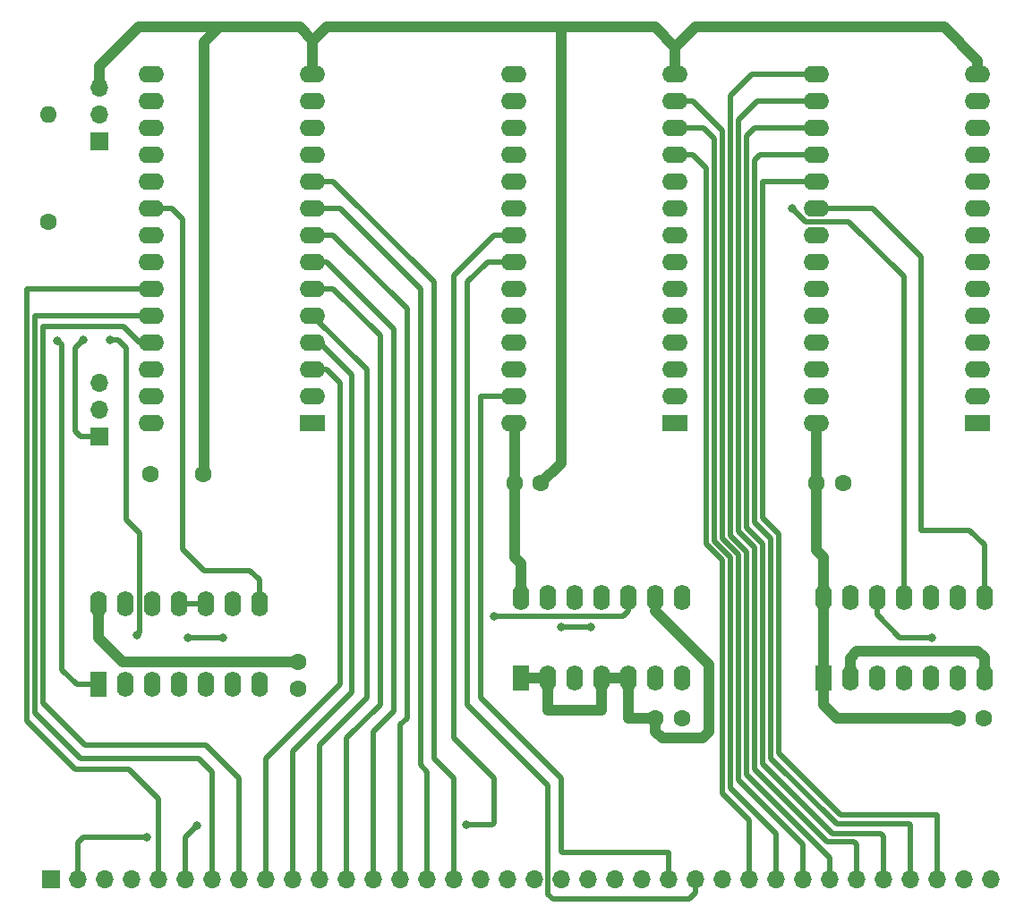
<source format=gbr>
%TF.GenerationSoftware,KiCad,Pcbnew,6.0.11+dfsg-1*%
%TF.CreationDate,2025-12-28T18:44:21+01:00*%
%TF.ProjectId,memoria1,6d656d6f-7269-4613-912e-6b696361645f,rev?*%
%TF.SameCoordinates,Original*%
%TF.FileFunction,Copper,L2,Bot*%
%TF.FilePolarity,Positive*%
%FSLAX46Y46*%
G04 Gerber Fmt 4.6, Leading zero omitted, Abs format (unit mm)*
G04 Created by KiCad (PCBNEW 6.0.11+dfsg-1) date 2025-12-28 18:44:21*
%MOMM*%
%LPD*%
G01*
G04 APERTURE LIST*
%TA.AperFunction,ComponentPad*%
%ADD10R,1.600000X2.400000*%
%TD*%
%TA.AperFunction,ComponentPad*%
%ADD11O,1.600000X2.400000*%
%TD*%
%TA.AperFunction,ComponentPad*%
%ADD12R,2.400000X1.600000*%
%TD*%
%TA.AperFunction,ComponentPad*%
%ADD13O,2.400000X1.600000*%
%TD*%
%TA.AperFunction,ComponentPad*%
%ADD14C,1.600000*%
%TD*%
%TA.AperFunction,ComponentPad*%
%ADD15R,1.700000X1.700000*%
%TD*%
%TA.AperFunction,ComponentPad*%
%ADD16O,1.700000X1.700000*%
%TD*%
%TA.AperFunction,ComponentPad*%
%ADD17O,1.600000X1.600000*%
%TD*%
%TA.AperFunction,ViaPad*%
%ADD18C,0.800000*%
%TD*%
%TA.AperFunction,Conductor*%
%ADD19C,0.500000*%
%TD*%
%TA.AperFunction,Conductor*%
%ADD20C,1.000000*%
%TD*%
G04 APERTURE END LIST*
D10*
%TO.P,74HC32,1*%
%TO.N,N/C*%
X94610000Y-112385000D03*
D11*
%TO.P,74HC32,2*%
X97150000Y-112385000D03*
%TO.P,74HC32,3*%
X99690000Y-112385000D03*
%TO.P,74HC32,4*%
X102230000Y-112385000D03*
%TO.P,74HC32,5*%
X104770000Y-112385000D03*
%TO.P,74HC32,6*%
X107310000Y-112385000D03*
%TO.P,74HC32,7*%
X109850000Y-112385000D03*
%TO.P,74HC32,8*%
X109850000Y-104765000D03*
%TO.P,74HC32,9*%
X107310000Y-104765000D03*
%TO.P,74HC32,10*%
X104770000Y-104765000D03*
%TO.P,74HC32,11*%
X102230000Y-104765000D03*
%TO.P,74HC32,12*%
X99690000Y-104765000D03*
%TO.P,74HC32,13*%
X97150000Y-104765000D03*
%TO.P,74HC32,14*%
X94610000Y-104765000D03*
%TD*%
D12*
%TO.P,KM62256,1*%
%TO.N,N/C*%
X177780000Y-87620000D03*
D13*
%TO.P,KM62256,2*%
X177780000Y-85080000D03*
%TO.P,KM62256,3*%
X177780000Y-82540000D03*
%TO.P,KM62256,4*%
X177780000Y-80000000D03*
%TO.P,KM62256,5*%
X177780000Y-77460000D03*
%TO.P,KM62256,6*%
X177780000Y-74920000D03*
%TO.P,KM62256,7*%
X177780000Y-72380000D03*
%TO.P,KM62256,8*%
X177780000Y-69840000D03*
%TO.P,KM62256,9*%
X177780000Y-67300000D03*
%TO.P,KM62256,10*%
X177780000Y-64760000D03*
%TO.P,KM62256,11*%
X177780000Y-62220000D03*
%TO.P,KM62256,12*%
X177780000Y-59680000D03*
%TO.P,KM62256,13*%
X177780000Y-57140000D03*
%TO.P,KM62256,14*%
X177780000Y-54600000D03*
%TO.P,KM62256,15*%
X162540000Y-54600000D03*
%TO.P,KM62256,16*%
X162540000Y-57140000D03*
%TO.P,KM62256,17*%
X162540000Y-59680000D03*
%TO.P,KM62256,18*%
X162540000Y-62220000D03*
%TO.P,KM62256,19*%
X162540000Y-64760000D03*
%TO.P,KM62256,20*%
X162540000Y-67300000D03*
%TO.P,KM62256,21*%
X162540000Y-69840000D03*
%TO.P,KM62256,22*%
X162540000Y-72380000D03*
%TO.P,KM62256,23*%
X162540000Y-74920000D03*
%TO.P,KM62256,24*%
X162540000Y-77460000D03*
%TO.P,KM62256,25*%
X162540000Y-80000000D03*
%TO.P,KM62256,26*%
X162540000Y-82540000D03*
%TO.P,KM62256,27*%
X162540000Y-85080000D03*
%TO.P,KM62256,28*%
X162540000Y-87620000D03*
%TD*%
D12*
%TO.P,AT28C64,1*%
%TO.N,N/C*%
X114915000Y-87620000D03*
D13*
%TO.P,AT28C64,2*%
X114915000Y-85080000D03*
%TO.P,AT28C64,3*%
X114915000Y-82540000D03*
%TO.P,AT28C64,4*%
X114915000Y-80000000D03*
%TO.P,AT28C64,5*%
X114915000Y-77460000D03*
%TO.P,AT28C64,6*%
X114915000Y-74920000D03*
%TO.P,AT28C64,7*%
X114915000Y-72380000D03*
%TO.P,AT28C64,8*%
X114915000Y-69840000D03*
%TO.P,AT28C64,9*%
X114915000Y-67300000D03*
%TO.P,AT28C64,10*%
X114915000Y-64760000D03*
%TO.P,AT28C64,11*%
X114915000Y-62220000D03*
%TO.P,AT28C64,12*%
X114915000Y-59680000D03*
%TO.P,AT28C64,13*%
X114915000Y-57140000D03*
%TO.P,AT28C64,14*%
X114915000Y-54600000D03*
%TO.P,AT28C64,15*%
X99675000Y-54600000D03*
%TO.P,AT28C64,16*%
X99675000Y-57140000D03*
%TO.P,AT28C64,17*%
X99675000Y-59680000D03*
%TO.P,AT28C64,18*%
X99675000Y-62220000D03*
%TO.P,AT28C64,19*%
X99675000Y-64760000D03*
%TO.P,AT28C64,20*%
X99675000Y-67300000D03*
%TO.P,AT28C64,21*%
X99675000Y-69840000D03*
%TO.P,AT28C64,22*%
X99675000Y-72380000D03*
%TO.P,AT28C64,23*%
X99675000Y-74920000D03*
%TO.P,AT28C64,24*%
X99675000Y-77460000D03*
%TO.P,AT28C64,25*%
X99675000Y-80000000D03*
%TO.P,AT28C64,26*%
X99675000Y-82540000D03*
%TO.P,AT28C64,27*%
X99675000Y-85080000D03*
%TO.P,AT28C64,28*%
X99675000Y-87620000D03*
%TD*%
D14*
%TO.P,REF\u002A\u002A,1*%
%TO.N,N/C*%
X162580000Y-93345000D03*
%TO.P,REF\u002A\u002A,2*%
X165080000Y-93345000D03*
%TD*%
D15*
%TO.P,REF\u002A\u002A,1*%
%TO.N,N/C*%
X90170000Y-130810000D03*
D16*
%TO.P,REF\u002A\u002A,2*%
X92710000Y-130810000D03*
%TO.P,REF\u002A\u002A,3*%
X95250000Y-130810000D03*
%TO.P,REF\u002A\u002A,4*%
X97790000Y-130810000D03*
%TO.P,REF\u002A\u002A,5*%
X100330000Y-130810000D03*
%TO.P,REF\u002A\u002A,6*%
X102870000Y-130810000D03*
%TO.P,REF\u002A\u002A,7*%
X105410000Y-130810000D03*
%TO.P,REF\u002A\u002A,8*%
X107950000Y-130810000D03*
%TO.P,REF\u002A\u002A,9*%
X110490000Y-130810000D03*
%TO.P,REF\u002A\u002A,10*%
X113030000Y-130810000D03*
%TO.P,REF\u002A\u002A,11*%
X115570000Y-130810000D03*
%TO.P,REF\u002A\u002A,12*%
X118110000Y-130810000D03*
%TO.P,REF\u002A\u002A,13*%
X120650000Y-130810000D03*
%TO.P,REF\u002A\u002A,14*%
X123190000Y-130810000D03*
%TO.P,REF\u002A\u002A,15*%
X125730000Y-130810000D03*
%TO.P,REF\u002A\u002A,16*%
X128270000Y-130810000D03*
%TO.P,REF\u002A\u002A,17*%
X130810000Y-130810000D03*
%TO.P,REF\u002A\u002A,18*%
X133350000Y-130810000D03*
%TO.P,REF\u002A\u002A,19*%
X135890000Y-130810000D03*
%TO.P,REF\u002A\u002A,20*%
X138430000Y-130810000D03*
%TO.P,REF\u002A\u002A,21*%
X140970000Y-130810000D03*
%TO.P,REF\u002A\u002A,22*%
X143510000Y-130810000D03*
%TO.P,REF\u002A\u002A,23*%
X146050000Y-130810000D03*
%TO.P,REF\u002A\u002A,24*%
X148590000Y-130810000D03*
%TO.P,REF\u002A\u002A,25*%
X151130000Y-130810000D03*
%TO.P,REF\u002A\u002A,26*%
X153670000Y-130810000D03*
%TO.P,REF\u002A\u002A,27*%
X156210000Y-130810000D03*
%TO.P,REF\u002A\u002A,28*%
X158750000Y-130810000D03*
%TO.P,REF\u002A\u002A,29*%
X161290000Y-130810000D03*
%TO.P,REF\u002A\u002A,30*%
X163830000Y-130810000D03*
%TO.P,REF\u002A\u002A,31*%
X166370000Y-130810000D03*
%TO.P,REF\u002A\u002A,32*%
X168910000Y-130810000D03*
%TO.P,REF\u002A\u002A,33*%
X171450000Y-130810000D03*
%TO.P,REF\u002A\u002A,34*%
X173990000Y-130810000D03*
%TO.P,REF\u002A\u002A,35*%
X176530000Y-130810000D03*
%TO.P,REF\u002A\u002A,36*%
X179070000Y-130810000D03*
%TD*%
D14*
%TO.P,REF\u002A\u002A,1*%
%TO.N,N/C*%
X99568000Y-92456000D03*
%TO.P,REF\u002A\u002A,2*%
X104568000Y-92456000D03*
%TD*%
D15*
%TO.P,REF\u002A\u002A,1*%
%TO.N,N/C*%
X94717000Y-88885000D03*
D16*
%TO.P,REF\u002A\u002A,2*%
X94717000Y-86345000D03*
%TO.P,REF\u002A\u002A,3*%
X94717000Y-83805000D03*
%TD*%
D12*
%TO.P,KM62256,1*%
%TO.N,N/C*%
X149205000Y-87620000D03*
D13*
%TO.P,KM62256,2*%
X149205000Y-85080000D03*
%TO.P,KM62256,3*%
X149205000Y-82540000D03*
%TO.P,KM62256,4*%
X149205000Y-80000000D03*
%TO.P,KM62256,5*%
X149205000Y-77460000D03*
%TO.P,KM62256,6*%
X149205000Y-74920000D03*
%TO.P,KM62256,7*%
X149205000Y-72380000D03*
%TO.P,KM62256,8*%
X149205000Y-69840000D03*
%TO.P,KM62256,9*%
X149205000Y-67300000D03*
%TO.P,KM62256,10*%
X149205000Y-64760000D03*
%TO.P,KM62256,11*%
X149205000Y-62220000D03*
%TO.P,KM62256,12*%
X149205000Y-59680000D03*
%TO.P,KM62256,13*%
X149205000Y-57140000D03*
%TO.P,KM62256,14*%
X149205000Y-54600000D03*
%TO.P,KM62256,15*%
X133965000Y-54600000D03*
%TO.P,KM62256,16*%
X133965000Y-57140000D03*
%TO.P,KM62256,17*%
X133965000Y-59680000D03*
%TO.P,KM62256,18*%
X133965000Y-62220000D03*
%TO.P,KM62256,19*%
X133965000Y-64760000D03*
%TO.P,KM62256,20*%
X133965000Y-67300000D03*
%TO.P,KM62256,21*%
X133965000Y-69840000D03*
%TO.P,KM62256,22*%
X133965000Y-72380000D03*
%TO.P,KM62256,23*%
X133965000Y-74920000D03*
%TO.P,KM62256,24*%
X133965000Y-77460000D03*
%TO.P,KM62256,25*%
X133965000Y-80000000D03*
%TO.P,KM62256,26*%
X133965000Y-82540000D03*
%TO.P,KM62256,27*%
X133965000Y-85080000D03*
%TO.P,KM62256,28*%
X133965000Y-87620000D03*
%TD*%
D10*
%TO.P,74HC32,1*%
%TO.N,N/C*%
X163190000Y-111750000D03*
D11*
%TO.P,74HC32,2*%
X165730000Y-111750000D03*
%TO.P,74HC32,3*%
X168270000Y-111750000D03*
%TO.P,74HC32,4*%
X170810000Y-111750000D03*
%TO.P,74HC32,5*%
X173350000Y-111750000D03*
%TO.P,74HC32,6*%
X175890000Y-111750000D03*
%TO.P,74HC32,7*%
X178430000Y-111750000D03*
%TO.P,74HC32,8*%
X178430000Y-104130000D03*
%TO.P,74HC32,9*%
X175890000Y-104130000D03*
%TO.P,74HC32,10*%
X173350000Y-104130000D03*
%TO.P,74HC32,11*%
X170810000Y-104130000D03*
%TO.P,74HC32,12*%
X168270000Y-104130000D03*
%TO.P,74HC32,13*%
X165730000Y-104130000D03*
%TO.P,74HC32,14*%
X163190000Y-104130000D03*
%TD*%
D14*
%TO.P,REF\u002A\u002A,1*%
%TO.N,N/C*%
X113538000Y-112776000D03*
%TO.P,REF\u002A\u002A,2*%
X113538000Y-110276000D03*
%TD*%
%TO.P,REF\u002A\u002A,1*%
%TO.N,N/C*%
X134005000Y-93345000D03*
%TO.P,REF\u002A\u002A,2*%
X136505000Y-93345000D03*
%TD*%
%TO.P,REF\u002A\u002A,1*%
%TO.N,N/C*%
X175915000Y-115570000D03*
%TO.P,REF\u002A\u002A,2*%
X178415000Y-115570000D03*
%TD*%
D10*
%TO.P,74HC00,1*%
%TO.N,N/C*%
X134615000Y-111750000D03*
D11*
%TO.P,74HC00,2*%
X137155000Y-111750000D03*
%TO.P,74HC00,3*%
X139695000Y-111750000D03*
%TO.P,74HC00,4*%
X142235000Y-111750000D03*
%TO.P,74HC00,5*%
X144775000Y-111750000D03*
%TO.P,74HC00,6*%
X147315000Y-111750000D03*
%TO.P,74HC00,7*%
X149855000Y-111750000D03*
%TO.P,74HC00,8*%
X149855000Y-104130000D03*
%TO.P,74HC00,9*%
X147315000Y-104130000D03*
%TO.P,74HC00,10*%
X144775000Y-104130000D03*
%TO.P,74HC00,11*%
X142235000Y-104130000D03*
%TO.P,74HC00,12*%
X139695000Y-104130000D03*
%TO.P,74HC00,13*%
X137155000Y-104130000D03*
%TO.P,74HC00,14*%
X134615000Y-104130000D03*
%TD*%
D15*
%TO.P,REF\u002A\u002A,1*%
%TO.N,N/C*%
X94717000Y-60945000D03*
D16*
%TO.P,REF\u002A\u002A,2*%
X94717000Y-58405000D03*
%TO.P,REF\u002A\u002A,3*%
X94717000Y-55865000D03*
%TD*%
D14*
%TO.P,10k,1*%
%TO.N,N/C*%
X89916000Y-68580000D03*
D17*
%TO.P,10k,2*%
X89916000Y-58420000D03*
%TD*%
D14*
%TO.P,REF\u002A\u002A,1*%
%TO.N,N/C*%
X147320000Y-115570000D03*
%TO.P,REF\u002A\u002A,2*%
X149820000Y-115570000D03*
%TD*%
D18*
%TO.N,*%
X90779600Y-79806800D03*
X141224000Y-106934000D03*
X138430000Y-106934000D03*
X132080000Y-105918000D03*
X103124000Y-107950000D03*
X106426000Y-107950000D03*
X173482000Y-107950000D03*
X99212400Y-126847600D03*
X95758000Y-79756000D03*
X98298000Y-107696000D03*
X93218000Y-79756000D03*
X129438400Y-125679200D03*
X160274000Y-67310000D03*
X103987600Y-125730000D03*
%TD*%
D19*
%TO.N,*%
X126365000Y-74295000D02*
X126365000Y-119380000D01*
X98552000Y-98044000D02*
X97282000Y-96774000D01*
D20*
X113665000Y-50165000D02*
X114915000Y-51415000D01*
D19*
X125730000Y-120650000D02*
X125095000Y-120015000D01*
X151130000Y-130810000D02*
X151130000Y-132080000D01*
X89408000Y-78486000D02*
X89408000Y-114173000D01*
D20*
X163190000Y-114295000D02*
X163190000Y-111750000D01*
D19*
X128270000Y-73660000D02*
X128270000Y-117475000D01*
D20*
X114915000Y-51415000D02*
X114915000Y-54600000D01*
D19*
X168270000Y-104130000D02*
X168270000Y-105786000D01*
X158242000Y-119380000D02*
X164465000Y-125603000D01*
X166370000Y-127508000D02*
X166370000Y-130810000D01*
X155956000Y-99822000D02*
X155956000Y-120904000D01*
X123825000Y-115570000D02*
X123825000Y-76835000D01*
X156474000Y-54600000D02*
X154432000Y-56642000D01*
X150866000Y-57140000D02*
X149205000Y-57140000D01*
X151130000Y-132080000D02*
X150495000Y-132715000D01*
D20*
X134005000Y-93345000D02*
X134005000Y-87660000D01*
D19*
X98552000Y-107442000D02*
X98552000Y-98044000D01*
X117475000Y-83820000D02*
X117475000Y-112395000D01*
X155194000Y-121412000D02*
X155194000Y-100076000D01*
D20*
X152400000Y-116840000D02*
X151765000Y-117475000D01*
D19*
X155956000Y-60452000D02*
X155956000Y-97536000D01*
X155194000Y-58928000D02*
X155194000Y-97917000D01*
X166116000Y-127254000D02*
X166370000Y-127508000D01*
X128270000Y-117475000D02*
X132080000Y-121285000D01*
X147315000Y-104130000D02*
X147315000Y-105405000D01*
X88646000Y-77460000D02*
X88646000Y-115062000D01*
X144272000Y-105918000D02*
X144775000Y-105415000D01*
X137160000Y-121920000D02*
X129540000Y-114300000D01*
X118110000Y-130810000D02*
X118110000Y-117475000D01*
D20*
X163190000Y-104130000D02*
X163190000Y-100325000D01*
X177780000Y-54600000D02*
X177780000Y-53320000D01*
X104568000Y-92456000D02*
X104648000Y-92376000D01*
D19*
X114915000Y-72380000D02*
X116195000Y-72380000D01*
X104140000Y-119380000D02*
X105410000Y-120650000D01*
D20*
X136505000Y-93345000D02*
X138430000Y-91420000D01*
D19*
X92573000Y-112385000D02*
X94610000Y-112385000D01*
X152908000Y-98806000D02*
X152908000Y-60706000D01*
X156718000Y-120396000D02*
X163576000Y-127254000D01*
D20*
X94610000Y-104765000D02*
X94610000Y-107945000D01*
X96901000Y-110236000D02*
X113498000Y-110236000D01*
X165730000Y-109860000D02*
X166370000Y-109220000D01*
X142240000Y-114808000D02*
X142235000Y-114803000D01*
X107315000Y-50165000D02*
X113665000Y-50165000D01*
D19*
X177038000Y-97790000D02*
X178430000Y-99182000D01*
X102870000Y-126847600D02*
X102870000Y-130810000D01*
D20*
X144780000Y-115570000D02*
X147320000Y-115570000D01*
D19*
X148590000Y-130810000D02*
X148590000Y-128270000D01*
X92456000Y-88392000D02*
X92964000Y-88900000D01*
X114915000Y-64760000D02*
X116830000Y-64760000D01*
X116195000Y-72380000D02*
X122555000Y-78740000D01*
X157480000Y-119888000D02*
X164084000Y-126492000D01*
X163576000Y-127254000D02*
X166116000Y-127254000D01*
X158750000Y-130810000D02*
X158750000Y-126492000D01*
X164846000Y-124714000D02*
X159004000Y-118872000D01*
X104648000Y-101600000D02*
X108966000Y-101600000D01*
X97282000Y-80518000D02*
X96520000Y-79756000D01*
X129540000Y-74295000D02*
X131455000Y-72380000D01*
X150866000Y-62220000D02*
X152146000Y-63500000D01*
X120650000Y-116840000D02*
X120650000Y-130810000D01*
D20*
X137160000Y-114808000D02*
X142240000Y-114808000D01*
X134615000Y-100960000D02*
X133985000Y-100330000D01*
X149205000Y-52050000D02*
X147320000Y-50165000D01*
X164465000Y-115570000D02*
X163190000Y-114295000D01*
D19*
X100330000Y-123190000D02*
X97536000Y-120396000D01*
X159004000Y-98171000D02*
X157480000Y-96647000D01*
X105410000Y-120650000D02*
X105410000Y-130810000D01*
X155956000Y-97536000D02*
X157480000Y-99060000D01*
D20*
X134615000Y-111750000D02*
X137155000Y-111750000D01*
D19*
X104775000Y-118110000D02*
X107950000Y-121285000D01*
X159004000Y-118872000D02*
X159004000Y-98171000D01*
X123190000Y-116205000D02*
X123825000Y-115570000D01*
D20*
X138430000Y-50165000D02*
X137795000Y-50165000D01*
D19*
X153670000Y-98552000D02*
X153670000Y-59944000D01*
X152908000Y-60706000D02*
X151882000Y-59680000D01*
X117475000Y-112395000D02*
X110490000Y-119380000D01*
X97536000Y-120396000D02*
X92456000Y-120396000D01*
D20*
X134005000Y-100310000D02*
X134005000Y-93345000D01*
D19*
X117465000Y-67300000D02*
X114915000Y-67300000D01*
X154432000Y-100330000D02*
X152908000Y-98806000D01*
X144775000Y-105415000D02*
X144775000Y-104130000D01*
X168270000Y-105786000D02*
X170434000Y-107950000D01*
X132090000Y-69840000D02*
X128270000Y-73660000D01*
D20*
X149205000Y-52090000D02*
X149205000Y-54600000D01*
D19*
X167884000Y-67300000D02*
X172466000Y-71882000D01*
X115560000Y-80000000D02*
X114915000Y-80000000D01*
X157480000Y-64760000D02*
X162540000Y-64760000D01*
X132080000Y-121285000D02*
X132080000Y-125476000D01*
X144775000Y-115565000D02*
X144780000Y-115570000D01*
X151882000Y-59680000D02*
X149205000Y-59680000D01*
X96520000Y-79756000D02*
X95758000Y-79756000D01*
D20*
X113498000Y-110236000D02*
X113538000Y-110276000D01*
D19*
X125095000Y-120015000D02*
X125095000Y-74930000D01*
X120015000Y-82560000D02*
X120015000Y-113665000D01*
D20*
X147320000Y-116840000D02*
X147320000Y-115570000D01*
D19*
X170434000Y-107950000D02*
X173482000Y-107950000D01*
X157480000Y-99060000D02*
X157480000Y-119888000D01*
X90779600Y-79806800D02*
X91186000Y-80213200D01*
X153670000Y-100584000D02*
X153670000Y-122682000D01*
D20*
X177780000Y-53320000D02*
X174625000Y-50165000D01*
D19*
X165608000Y-68580000D02*
X170810000Y-73782000D01*
X122555000Y-78740000D02*
X122555000Y-114935000D01*
X162580000Y-87660000D02*
X162540000Y-87620000D01*
D20*
X163190000Y-111750000D02*
X163190000Y-104130000D01*
D19*
X137642600Y-132715000D02*
X137160000Y-132232400D01*
X162540000Y-57140000D02*
X156982000Y-57140000D01*
D20*
X167640000Y-50165000D02*
X151130000Y-50165000D01*
D19*
X108966000Y-101600000D02*
X109850000Y-102484000D01*
X99675000Y-80000000D02*
X98542000Y-80000000D01*
D20*
X137795000Y-50165000D02*
X116205000Y-50165000D01*
X104648000Y-51562000D02*
X106045000Y-50165000D01*
D19*
X162540000Y-54600000D02*
X156474000Y-54600000D01*
D20*
X137155000Y-114803000D02*
X137160000Y-114808000D01*
X94717000Y-53873000D02*
X94717000Y-55865000D01*
D19*
X118110000Y-117475000D02*
X121285000Y-114300000D01*
X155956000Y-120904000D02*
X163830000Y-128778000D01*
X98298000Y-107696000D02*
X98552000Y-107442000D01*
D20*
X177800000Y-109220000D02*
X178430000Y-109850000D01*
D19*
X170810000Y-73782000D02*
X170810000Y-104130000D01*
D20*
X162580000Y-99675000D02*
X162580000Y-93345000D01*
D19*
X149205000Y-62220000D02*
X150866000Y-62220000D01*
X162560000Y-99695000D02*
X162580000Y-99675000D01*
D20*
X147320000Y-50165000D02*
X137795000Y-50165000D01*
D19*
X91186000Y-80213200D02*
X91186000Y-110998000D01*
X97282000Y-96774000D02*
X97282000Y-80518000D01*
X99675000Y-77460000D02*
X88646000Y-77460000D01*
X110490000Y-119380000D02*
X110490000Y-130810000D01*
X115570000Y-118110000D02*
X115570000Y-130810000D01*
X122555000Y-114935000D02*
X120650000Y-116840000D01*
X161290000Y-130810000D02*
X161290000Y-127508000D01*
X93218000Y-79756000D02*
X92456000Y-80518000D01*
X132080000Y-105918000D02*
X144272000Y-105918000D01*
X101590000Y-67300000D02*
X102616000Y-68326000D01*
X152146000Y-63500000D02*
X152146000Y-99060000D01*
D20*
X147955000Y-117475000D02*
X147320000Y-116840000D01*
D19*
X92710000Y-130810000D02*
X92710000Y-127355600D01*
X128270000Y-121285000D02*
X128270000Y-130810000D01*
X156728000Y-59680000D02*
X155956000Y-60452000D01*
X160274000Y-67310000D02*
X161544000Y-68580000D01*
X164084000Y-126492000D02*
X168656000Y-126492000D01*
X118618000Y-83058000D02*
X115560000Y-80000000D01*
X154432000Y-122174000D02*
X154432000Y-100330000D01*
X141224000Y-106934000D02*
X138430000Y-106934000D01*
X129438400Y-125679200D02*
X131876800Y-125679200D01*
X162540000Y-62220000D02*
X157236000Y-62220000D01*
X130820000Y-85080000D02*
X133965000Y-85080000D01*
D20*
X174625000Y-50165000D02*
X167640000Y-50165000D01*
D19*
X92456000Y-80518000D02*
X92456000Y-88392000D01*
D20*
X94610000Y-107945000D02*
X96901000Y-110236000D01*
D19*
X92710000Y-127355600D02*
X93218000Y-126847600D01*
X157236000Y-62220000D02*
X156718000Y-62738000D01*
D20*
X144775000Y-111750000D02*
X144775000Y-115565000D01*
D19*
X130810000Y-113665000D02*
X130810000Y-85090000D01*
X178430000Y-99182000D02*
X178430000Y-104130000D01*
X171323000Y-125603000D02*
X171450000Y-125730000D01*
X98542000Y-80000000D02*
X97028000Y-78486000D01*
X113030000Y-118745000D02*
X118618000Y-113157000D01*
X162540000Y-67300000D02*
X167884000Y-67300000D01*
X93345000Y-118110000D02*
X104775000Y-118110000D01*
D20*
X138430000Y-91420000D02*
X138430000Y-50165000D01*
D19*
X156718000Y-97028000D02*
X158242000Y-98552000D01*
X158242000Y-98552000D02*
X158242000Y-119380000D01*
X116830000Y-64760000D02*
X126365000Y-74295000D01*
X118618000Y-113157000D02*
X118618000Y-83058000D01*
X153670000Y-122682000D02*
X156210000Y-125222000D01*
D20*
X151130000Y-50165000D02*
X149205000Y-52090000D01*
X114915000Y-51455000D02*
X114915000Y-54600000D01*
D19*
X92964000Y-119380000D02*
X104140000Y-119380000D01*
X120015000Y-113665000D02*
X115570000Y-118110000D01*
X88646000Y-115062000D02*
X92964000Y-119380000D01*
X134005000Y-87660000D02*
X133965000Y-87620000D01*
X129540000Y-114300000D02*
X129540000Y-74295000D01*
D20*
X175915000Y-115570000D02*
X164465000Y-115570000D01*
X137155000Y-111750000D02*
X137155000Y-114803000D01*
D19*
X91186000Y-110998000D02*
X92573000Y-112385000D01*
X123190000Y-130810000D02*
X123190000Y-116205000D01*
X153670000Y-59944000D02*
X150866000Y-57140000D01*
X94702000Y-88900000D02*
X94717000Y-88885000D01*
X116830000Y-69840000D02*
X114915000Y-69840000D01*
D20*
X107315000Y-50165000D02*
X98425000Y-50165000D01*
D19*
X156718000Y-99441000D02*
X156718000Y-120396000D01*
X148590000Y-128270000D02*
X138518900Y-128270000D01*
X92964000Y-88900000D02*
X94702000Y-88900000D01*
X172466000Y-97790000D02*
X177038000Y-97790000D01*
X99675000Y-67300000D02*
X101590000Y-67300000D01*
X171450000Y-125730000D02*
X171450000Y-130810000D01*
X154432000Y-56642000D02*
X154432000Y-98298000D01*
X131876800Y-125679200D02*
X132080000Y-125476000D01*
X168656000Y-126492000D02*
X168910000Y-126746000D01*
X116195000Y-82540000D02*
X117475000Y-83820000D01*
D20*
X98425000Y-50165000D02*
X94717000Y-53873000D01*
D19*
X157480000Y-96647000D02*
X157480000Y-64760000D01*
X133965000Y-69840000D02*
X132090000Y-69840000D01*
X163830000Y-128778000D02*
X163830000Y-130810000D01*
X102616000Y-68326000D02*
X102616000Y-99568000D01*
D20*
X104648000Y-92376000D02*
X104648000Y-51562000D01*
D19*
X87884000Y-115824000D02*
X87884000Y-74920000D01*
X89408000Y-114173000D02*
X93345000Y-118110000D01*
X125730000Y-130810000D02*
X125730000Y-120650000D01*
X161544000Y-68580000D02*
X165608000Y-68580000D01*
X123825000Y-76835000D02*
X116830000Y-69840000D01*
X109850000Y-102484000D02*
X109850000Y-104765000D01*
X92456000Y-120396000D02*
X87884000Y-115824000D01*
D20*
X116205000Y-50165000D02*
X114915000Y-51455000D01*
D19*
X156210000Y-125222000D02*
X156210000Y-130810000D01*
X130810000Y-85090000D02*
X130820000Y-85080000D01*
X121285000Y-79375000D02*
X116830000Y-74920000D01*
D20*
X133985000Y-100330000D02*
X134005000Y-100310000D01*
D19*
X138379200Y-128130300D02*
X138379200Y-121234200D01*
X172466000Y-71882000D02*
X172466000Y-97790000D01*
X125095000Y-74930000D02*
X117465000Y-67300000D01*
X154432000Y-98298000D02*
X155956000Y-99822000D01*
X173990000Y-124714000D02*
X164846000Y-124714000D01*
X93218000Y-126847600D02*
X99212400Y-126847600D01*
X168910000Y-126746000D02*
X168910000Y-130810000D01*
X87884000Y-74920000D02*
X99675000Y-74920000D01*
X162540000Y-59680000D02*
X156728000Y-59680000D01*
X152146000Y-99060000D02*
X153670000Y-100584000D01*
D20*
X166370000Y-109220000D02*
X177800000Y-109220000D01*
D19*
X102616000Y-99568000D02*
X104648000Y-101600000D01*
X155194000Y-97917000D02*
X156718000Y-99441000D01*
X138379200Y-121234200D02*
X130810000Y-113665000D01*
X103987600Y-125730000D02*
X102870000Y-126847600D01*
X156982000Y-57140000D02*
X155194000Y-58928000D01*
X113030000Y-130810000D02*
X113030000Y-118745000D01*
X103124000Y-107950000D02*
X106426000Y-107950000D01*
X114915000Y-82540000D02*
X116195000Y-82540000D01*
X131455000Y-72380000D02*
X133965000Y-72380000D01*
X164465000Y-125603000D02*
X171323000Y-125603000D01*
D20*
X106045000Y-50165000D02*
X107315000Y-50165000D01*
D19*
X102230000Y-104765000D02*
X104770000Y-104765000D01*
X156718000Y-62738000D02*
X156718000Y-97028000D01*
D20*
X147315000Y-105405000D02*
X152400000Y-110490000D01*
X165730000Y-111750000D02*
X165730000Y-109860000D01*
D19*
X116830000Y-74920000D02*
X114915000Y-74920000D01*
X138518900Y-128270000D02*
X138379200Y-128130300D01*
X173990000Y-130810000D02*
X173990000Y-124714000D01*
X158750000Y-126492000D02*
X154432000Y-122174000D01*
D20*
X163190000Y-100325000D02*
X162560000Y-99695000D01*
D19*
X126365000Y-119380000D02*
X128270000Y-121285000D01*
X137160000Y-132232400D02*
X137160000Y-121920000D01*
D20*
X178430000Y-109850000D02*
X178430000Y-111750000D01*
X142235000Y-114803000D02*
X142235000Y-111750000D01*
D19*
X161290000Y-127508000D02*
X155194000Y-121412000D01*
X107950000Y-121285000D02*
X107950000Y-130810000D01*
X121285000Y-114300000D02*
X121285000Y-79375000D01*
D20*
X134615000Y-104130000D02*
X134615000Y-100960000D01*
X162580000Y-93345000D02*
X162580000Y-87660000D01*
D19*
X150495000Y-132715000D02*
X137642600Y-132715000D01*
D20*
X151765000Y-117475000D02*
X147955000Y-117475000D01*
X149205000Y-54600000D02*
X149205000Y-52050000D01*
D19*
X114915000Y-77460000D02*
X120015000Y-82560000D01*
D20*
X142235000Y-111750000D02*
X144775000Y-111750000D01*
X152400000Y-110490000D02*
X152400000Y-116840000D01*
D19*
X97028000Y-78486000D02*
X89408000Y-78486000D01*
X155194000Y-100076000D02*
X153670000Y-98552000D01*
X100330000Y-130810000D02*
X100330000Y-123190000D01*
%TD*%
M02*

</source>
